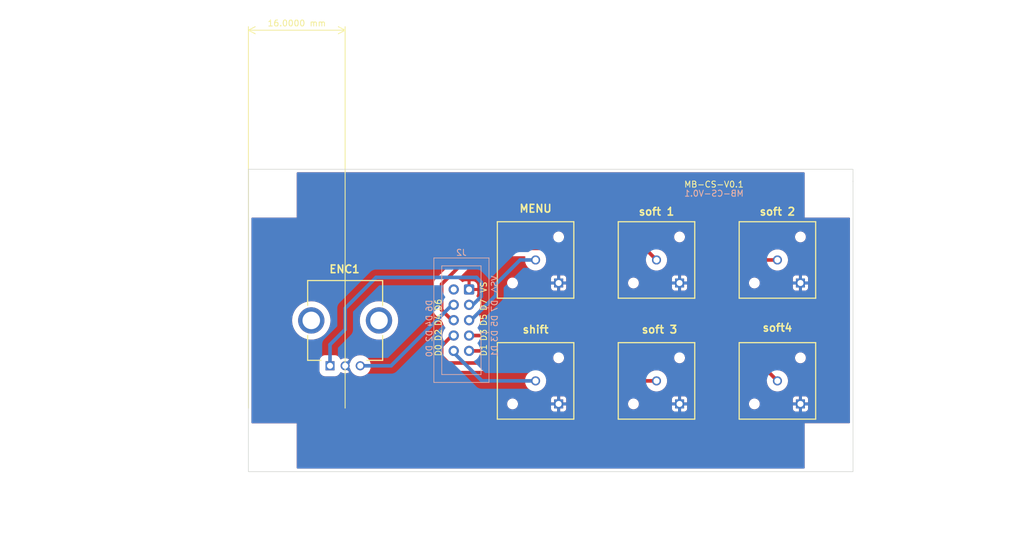
<source format=kicad_pcb>
(kicad_pcb (version 20221018) (generator pcbnew)
  (layers (0 "F.Cu" signal) (31 "B.Cu" signal) (34 "B.Paste" user) (35 "F.Paste" user) (36 "B.SilkS" user "B.Silkscreen") (37 "F.SilkS" user "F.Silkscreen") (38 "B.Mask" user) (39 "F.Mask" user) (44 "Edge.Cuts" user))
  (net 0 "")
  (net 1 "GND")
  (net 2 "Net-(J2-D7)")
  (net 3 "Net-(J2-D6)")
  (net 5 "Net-(J2-D5)")
  (net 6 "Net-(J2-D4)")
  (net 7 "Net-(J2-D3)")
  (net 8 "Net-(J2-D2)")
  (net 9 "Net-(J2-D1)")
  (net 10 "Net-(J2-D0)")
  (footprint "ksir 2022:EC12E24204A8" (layer "F.Cu") (at 108.5 98.5)
    (fp_text reference "ENC1" (at 2.4 -15.975) (layer "F.SilkS") (effects (font (size 1.27 1.27) (thickness 0.254))))
    (fp_text value "MENU" hide)
    (fp_line (start -3.7 -14.1) (end 8.7 -14.1) (stroke (width 0.2)) (layer "F.SilkS"))
    (fp_line (start -3.7 -10) (end -3.7 -14.1) (stroke (width 0.2)) (layer "F.SilkS"))
    (fp_line (start -3.7 -5) (end -3.7 -0.9) (stroke (width 0.2)) (layer "F.SilkS"))
    (fp_line (start -3.7 -0.9) (end -1.5 -0.9) (stroke (width 0.2)) (layer "F.SilkS"))
    (fp_line (start 6.1 -0.9) (end 8.7 -0.9) (stroke (width 0.2)) (layer "F.SilkS"))
    (fp_line (start 8.7 -14.1) (end 8.7 -10) (stroke (width 0.2)) (layer "F.SilkS"))
    (fp_line (start 8.7 -0.9) (end 8.7 -5) (stroke (width 0.2)) (layer "F.SilkS"))
    (pad "1" thru_hole rect (at 0 0) (size 1.5 1.5) (drill 1) (layers "*.Cu" "*.Mask") (net 2 "Net-(J2-D7)"))
    (pad "2" thru_hole circle (at 2.5 0) (size 1.5 1.5) (drill 1) (layers "*.Cu" "*.Mask") (net 1 "GND"))
    (pad "3" thru_hole circle (at 5 0) (size 1.5 1.5) (drill 1) (layers "*.Cu" "*.Mask") (net 3 "Net-(J2-D6)"))
    (pad "MH1" thru_hole circle (at -3.1 -7.5) (size 4.35 4.35) (drill 2.9) (layers "*.Cu" "*.Mask"))
    (pad "MH2" thru_hole circle (at 8.1 -7.5) (size 4.35 4.35) (drill 2.9) (layers "*.Cu" "*.Mask"))
  )
  (footprint "ksir 2022:124110828" (layer "F.Cu") (at 166.31 104.81 180)
    (fp_text reference "SWc3" hide)
    (fp_text value "soft 3" (at 3.31 12.31 180) (layer "F.SilkS") (effects (font (size 1.27 1.27) (thickness 0.254))))
    (fp_line (start -2.515 -2.515) (end 10.135 -2.515) (stroke (width 0.2)) (layer "F.SilkS"))
    (fp_line (start -2.515 10.135) (end -2.515 -2.515) (stroke (width 0.2)) (layer "F.SilkS"))
    (fp_line (start 10.135 -2.515) (end 10.135 10.135) (stroke (width 0.2)) (layer "F.SilkS"))
    (fp_line (start 10.135 10.135) (end -2.515 10.135) (stroke (width 0.2)) (layer "F.SilkS"))
    (pad "" np_thru_hole circle locked (at 0 7.62 180) (size 1.3 1.3) (drill 1.3) (layers "*.Cu" "*.Mask"))
    (pad "" np_thru_hole circle locked (at 7.62 0 180) (size 1.3 1.3) (drill 1.3) (layers "*.Cu" "*.Mask"))
    (pad "1" thru_hole rect locked (at 0 0 180) (size 1.5 1.5) (drill 1) (layers "*.Cu" "*.Mask") (net 1 "GND"))
    (pad "2" thru_hole circle locked (at 3.81 3.81 180) (size 1.5 1.5) (drill 1) (layers "*.Cu" "*.Mask") (net 8 "Net-(J2-D2)"))
  )
  (footprint "ksir 2022:124110828" (layer "F.Cu") (at 186.31 104.81 180)
    (fp_text reference "SWc2" hide)
    (fp_text value "soft4" (at 3.81 12.61 180) (layer "F.SilkS") (effects (font (size 1.27 1.27) (thickness 0.254))))
    (fp_line (start -2.515 -2.515) (end 10.135 -2.515) (stroke (width 0.2)) (layer "F.SilkS"))
    (fp_line (start -2.515 10.135) (end -2.515 -2.515) (stroke (width 0.2)) (layer "F.SilkS"))
    (fp_line (start 10.135 -2.515) (end 10.135 10.135) (stroke (width 0.2)) (layer "F.SilkS"))
    (fp_line (start 10.135 10.135) (end -2.515 10.135) (stroke (width 0.2)) (layer "F.SilkS"))
    (pad "" np_thru_hole circle (at 0 7.62 180) (size 1.3 1.3) (drill 1.3) (layers "*.Cu" "*.Mask"))
    (pad "" np_thru_hole circle (at 7.62 0 180) (size 1.3 1.3) (drill 1.3) (layers "*.Cu" "*.Mask"))
    (pad "1" thru_hole rect (at 0 0 180) (size 1.5 1.5) (drill 1) (layers "*.Cu" "*.Mask") (net 1 "GND"))
    (pad "2" thru_hole circle (at 3.81 3.81 180) (size 1.5 1.5) (drill 1) (layers "*.Cu" "*.Mask") (net 9 "Net-(J2-D1)"))
  )
  (footprint "ksir 2022:124110828" (layer "F.Cu") (at 166.31 84.81 180)
    (fp_text reference "SWc5" hide)
    (fp_text value "soft 1" (at 3.81 11.81 180) (layer "F.SilkS") (effects (font (size 1.27 1.27) (thickness 0.254))))
    (fp_line (start -2.515 -2.515) (end 10.135 -2.515) (stroke (width 0.2)) (layer "F.SilkS"))
    (fp_line (start -2.515 10.135) (end -2.515 -2.515) (stroke (width 0.2)) (layer "F.SilkS"))
    (fp_line (start 10.135 -2.515) (end 10.135 10.135) (stroke (width 0.2)) (layer "F.SilkS"))
    (fp_line (start 10.135 10.135) (end -2.515 10.135) (stroke (width 0.2)) (layer "F.SilkS"))
    (pad "" np_thru_hole circle (at 0 7.62 180) (size 1.3 1.3) (drill 1.3) (layers "*.Cu" "*.Mask"))
    (pad "" np_thru_hole circle (at 7.62 0 180) (size 1.3 1.3) (drill 1.3) (layers "*.Cu" "*.Mask"))
    (pad "1" thru_hole rect (at 0 0 180) (size 1.5 1.5) (drill 1) (layers "*.Cu" "*.Mask") (net 1 "GND"))
    (pad "2" thru_hole circle (at 3.81 3.81 180) (size 1.5 1.5) (drill 1) (layers "*.Cu" "*.Mask") (net 6 "Net-(J2-D4)"))
  )
  (footprint "MountingHole:MountingHole_3.2mm_M3" (layer "F.Cu") (at 98.8 112.2878)
    (fp_text reference "H3" hide)
    (fp_text value "MountingHole" hide)
    (pad "" np_thru_hole circle (at 0 0) (size 3.2 3.2) (drill 3.2) (layers "*.Cu" "*.Mask"))
  )
  (footprint "MountingHole:MountingHole_3.2mm_M3" (layer "F.Cu") (at 191.3 69.7878)
    (fp_text reference "H2" hide)
    (fp_text value "MountingHole" hide)
    (pad "" np_thru_hole circle (at 0 0) (size 3.2 3.2) (drill 3.2) (layers "*.Cu" "*.Mask"))
  )
  (footprint "ksir 2022:124110828" (layer "F.Cu") (at 146.31 84.81 180)
    (fp_text reference "SWc6" hide)
    (fp_text value "MENU" (at 3.81 12.31 180) (layer "F.SilkS") (effects (font (size 1.27 1.27) (thickness 0.254))))
    (fp_line (start -2.515 -2.515) (end 10.135 -2.515) (stroke (width 0.2)) (layer "F.SilkS"))
    (fp_line (start -2.515 10.135) (end -2.515 -2.515) (stroke (width 0.2)) (layer "F.SilkS"))
    (fp_line (start 10.135 -2.515) (end 10.135 10.135) (stroke (width 0.2)) (layer "F.SilkS"))
    (fp_line (start 10.135 10.135) (end -2.515 10.135) (stroke (width 0.2)) (layer "F.SilkS"))
    (pad "" np_thru_hole circle (at 0 7.62 180) (size 1.3 1.3) (drill 1.3) (layers "*.Cu" "*.Mask"))
    (pad "" np_thru_hole circle (at 7.62 0 180) (size 1.3 1.3) (drill 1.3) (layers "*.Cu" "*.Mask"))
    (pad "1" thru_hole rect (at 0 0 180) (size 1.5 1.5) (drill 1) (layers "*.Cu" "*.Mask") (net 1 "GND"))
    (pad "2" thru_hole circle (at 3.81 3.81 180) (size 1.5 1.5) (drill 1) (layers "*.Cu" "*.Mask") (net 5 "Net-(J2-D5)"))
  )
  (footprint "MountingHole:MountingHole_3.2mm_M3" (layer "F.Cu") (at 98.7 69.7878)
    (fp_text reference "H1" hide)
    (fp_text value "MountingHole" hide)
    (pad "" np_thru_hole circle (at 0 0) (size 3.2 3.2) (drill 3.2) (layers "*.Cu" "*.Mask"))
  )
  (footprint "ksir 2022:124110828" (layer "F.Cu") (at 146.31 104.81 180)
    (fp_text reference "SWc1" hide)
    (fp_text value "shift" (at 3.81 12.31 180) (layer "F.SilkS") (effects (font (size 1.27 1.27) (thickness 0.254))))
    (fp_line (start -2.515 -2.515) (end 10.135 -2.515) (stroke (width 0.2)) (layer "F.SilkS"))
    (fp_line (start -2.515 10.135) (end -2.515 -2.515) (stroke (width 0.2)) (layer "F.SilkS"))
    (fp_line (start 10.135 -2.515) (end 10.135 10.135) (stroke (width 0.2)) (layer "F.SilkS"))
    (fp_line (start 10.135 10.135) (end -2.515 10.135) (stroke (width 0.2)) (layer "F.SilkS"))
    (pad "" np_thru_hole circle (at 0 7.62 180) (size 1.3 1.3) (drill 1.3) (layers "*.Cu" "*.Mask"))
    (pad "" np_thru_hole circle (at 7.62 0 180) (size 1.3 1.3) (drill 1.3) (layers "*.Cu" "*.Mask"))
    (pad "1" thru_hole rect (at 0 0 180) (size 1.5 1.5) (drill 1) (layers "*.Cu" "*.Mask") (net 1 "GND"))
    (pad "2" thru_hole circle (at 3.81 3.81 180) (size 1.5 1.5) (drill 1) (layers "*.Cu" "*.Mask") (net 10 "Net-(J2-D0)"))
  )
  (footprint "MountingHole:MountingHole_3.2mm_M3" (layer "F.Cu") (at 191.1 111.9878)
    (fp_text reference "H4" hide)
    (fp_text value "MountingHole" hide)
    (pad "" np_thru_hole circle (at 0 0) (size 3.2 3.2) (drill 3.2) (layers "*.Cu" "*.Mask"))
  )
  (footprint "ksir 2022:124110828" (layer "F.Cu") (at 186.31 84.81 180)
    (fp_text reference "SWc4" hide)
    (fp_text value "soft 2" (at 3.81 11.81 180) (layer "F.SilkS") (effects (font (size 1.27 1.27) (thickness 0.254))))
    (fp_line (start -2.515 -2.515) (end 10.135 -2.515) (stroke (width 0.2)) (layer "F.SilkS"))
    (fp_line (start -2.515 10.135) (end -2.515 -2.515) (stroke (width 0.2)) (layer "F.SilkS"))
    (fp_line (start 10.135 -2.515) (end 10.135 10.135) (stroke (width 0.2)) (layer "F.SilkS"))
    (fp_line (start 10.135 10.135) (end -2.515 10.135) (stroke (width 0.2)) (layer "F.SilkS"))
    (pad "" np_thru_hole circle (at 0 7.62 180) (size 1.3 1.3) (drill 1.3) (layers "*.Cu" "*.Mask"))
    (pad "" np_thru_hole circle (at 7.62 0 180) (size 1.3 1.3) (drill 1.3) (layers "*.Cu" "*.Mask"))
    (pad "1" thru_hole rect (at 0 0 180) (size 1.5 1.5) (drill 1) (layers "*.Cu" "*.Mask") (net 1 "GND"))
    (pad "2" thru_hole circle (at 3.81 3.81 180) (size 1.5 1.5) (drill 1) (layers "*.Cu" "*.Mask") (net 7 "Net-(J2-D3)"))
  )
  (footprint "Connector_IDC:IDC-Header_2x05_P2.54mm_Vertical" (layer "B.Cu") (at 131.5 85.88 180)
    (fp_text reference "J2" (at 1.27 6.1) (layer "B.SilkS") (effects (justify mirror)))
    (fp_text value "IDC-Header_2x05_P2.54mm_Vertical")
    (fp_line (start -4.68 -0.5) (end -3.68 0) (stroke (width 0.12)) (layer "B.SilkS"))
    (fp_line (start -4.68 0.5) (end -4.68 -0.5) (stroke (width 0.12)) (layer "B.SilkS"))
    (fp_line (start -3.68 0) (end -4.68 0.5) (stroke (width 0.12)) (layer "B.SilkS"))
    (fp_line (start -3.29 -15.37) (end -3.29 5.21) (stroke (width 0.12)) (layer "B.SilkS"))
    (fp_line (start -3.29 -3.03) (end -1.98 -3.03) (stroke (width 0.12)) (layer "B.SilkS"))
    (fp_line (start -3.29 5.21) (end 5.83 5.21) (stroke (width 0.12)) (layer "B.SilkS"))
    (fp_line (start -1.98 -14.07) (end -1.98 -7.13) (stroke (width 0.12)) (layer "B.SilkS"))
    (fp_line (start -1.98 -7.13) (end -3.29 -7.13) (stroke (width 0.12)) (layer "B.SilkS"))
    (fp_line (start -1.98 -7.13) (end -1.98 -7.13) (stroke (width 0.12)) (layer "B.SilkS"))
    (fp_line (start -1.98 -3.03) (end -1.98 3.91) (stroke (width 0.12)) (layer "B.SilkS"))
    (fp_line (start -1.98 3.91) (end 4.52 3.91) (stroke (width 0.12)) (layer "B.SilkS"))
    (fp_line (start 4.52 -14.07) (end -1.98 -14.07) (stroke (width 0.12)) (layer "B.SilkS"))
    (fp_line (start 4.52 3.91) (end 4.52 -14.07) (stroke (width 0.12)) (layer "B.SilkS"))
    (fp_line (start 5.83 -15.37) (end -3.29 -15.37) (stroke (width 0.12)) (layer "B.SilkS"))
    (fp_line (start 5.83 5.21) (end 5.83 -15.37) (stroke (width 0.12)) (layer "B.SilkS"))
    (pad "1" thru_hole roundrect (at 0 0 180) (size 1.7 1.7) (drill 1) (layers "F&B.Cu" "*.Mask") (roundrect_rratio 0.147059) (net 1 "GND"))
    (pad "2" thru_hole circle (at 2.54 0 180) (size 1.7 1.7) (drill 1) (layers "F&B.Cu" "*.Mask"))
    (pad "3" thru_hole circle (at 0 -2.54 180) (size 1.7 1.7) (drill 1) (layers "F&B.Cu" "*.Mask") (net 2 "Net-(J2-D7)"))
    (pad "4" thru_hole circle (at 2.54 -2.54 180) (size 1.7 1.7) (drill 1) (layers "F&B.Cu" "*.Mask") (net 3 "Net-(J2-D6)"))
    (pad "5" thru_hole circle (at 0 -5.08 180) (size 1.7 1.7) (drill 1) (layers "F&B.Cu" "*.Mask") (net 5 "Net-(J2-D5)"))
    (pad "6" thru_hole circle (at 2.54 -5.08 180) (size 1.7 1.7) (drill 1) (layers "F&B.Cu" "*.Mask") (net 6 "Net-(J2-D4)"))
    (pad "7" thru_hole circle (at 0 -7.62 180) (size 1.7 1.7) (drill 1) (layers "F&B.Cu" "*.Mask") (net 7 "Net-(J2-D3)"))
    (pad "8" thru_hole circle (at 2.54 -7.62 180) (size 1.7 1.7) (drill 1) (layers "F&B.Cu" "*.Mask") (net 8 "Net-(J2-D2)"))
    (pad "9" thru_hole circle (at 0 -10.16 180) (size 1.7 1.7) (drill 1) (layers "F&B.Cu" "*.Mask") (net 9 "Net-(J2-D1)"))
    (pad "10" thru_hole circle (at 2.54 -10.16 180) (size 1.7 1.7) (drill 1) (layers "F&B.Cu" "*.Mask") (net 10 "Net-(J2-D0)"))
  )
  (gr_poly (pts (xy 195 66) (xy 195 116.012246) (xy 95 116.012246) (xy 95 66)) (stroke (width 0.1)) (fill none) (layer "Edge.Cuts"))
  (gr_line (start 195 68) (end 195 68) (stroke (width 0.1)) (layer "Edge.Cuts"))
  (gr_line (start 195 68) (end 195 68) (stroke (width 0.1)) (layer "Edge.Cuts"))
  (gr_text "MB-CS-V0.1" (at 172 70) (layer "B.SilkS") (effects (font (size 1 1)) (justify mirror)))
  (gr_text "VS" (at 136.3 83.5 90) (layer "B.SilkS") (effects (font (size 1 1)) (justify left bottom mirror)))
  (gr_text "D7" (at 136.3 87.5 90) (layer "B.SilkS") (effects (font (size 1 1)) (justify left bottom mirror)))
  (gr_text "D5" (at 136.3 90 90) (layer "B.SilkS") (effects (font (size 1 1)) (justify left bottom mirror)))
  (gr_text "D1" (at 136.3 95 90) (layer "B.SilkS") (effects (font (size 1 1)) (justify left bottom mirror)))
  (gr_text "D4" (at 125.5 90 90) (layer "B.SilkS") (effects (font (size 1 1)) (justify left bottom mirror)))
  (gr_text "D3" (at 136.3 92.5 90) (layer "B.SilkS") (effects (font (size 1 1)) (justify left bottom mirror)))
  (gr_text "D2" (at 125.5 92.5 90) (layer "B.SilkS") (effects (font (size 1 1)) (justify left bottom mirror)))
  (gr_text "D6" (at 125.5 87.5 90) (layer "B.SilkS") (effects (font (size 1 1)) (justify left bottom mirror)))
  (gr_text "D0" (at 125.5 95 90) (layer "B.SilkS") (effects (font (size 1 1)) (justify left bottom mirror)))
  (gr_text "D6" (at 127 89.5 90) (layer "F.SilkS") (effects (font (size 1 1)) (justify left bottom)))
  (gr_text "D4" (at 127 92 90) (layer "F.SilkS") (effects (font (size 1 1)) (justify left bottom)))
  (gr_text "D3" (at 134.5 94.5 90) (layer "F.SilkS") (effects (font (size 1 1)) (justify left bottom)))
  (gr_text "D1" (at 134.5 97 90) (layer "F.SilkS") (effects (font (size 1 1)) (justify left bottom)))
  (gr_text "MB-CS-V0.1" (at 172 68.5) (layer "F.SilkS") (effects (font (size 1 1))))
  (gr_text "VS" (at 134.5 86.5 90) (layer "F.SilkS") (effects (font (size 1 1)) (justify left bottom)))
  (gr_text "D7" (at 134.5 89.5 90) (layer "F.SilkS") (effects (font (size 1 1)) (justify left bottom)))
  (gr_text "D0" (at 127 97 90) (layer "F.SilkS") (effects (font (size 1 1)) (justify left bottom)))
  (gr_text "D2" (at 127 94.5 90) (layer "F.SilkS") (effects (font (size 1 1)) (justify left bottom)))
  (gr_text "D5" (at 134.5 92 90) (layer "F.SilkS") (effects (font (size 1 1)) (justify left bottom)))
  (dimension (type aligned) (layer "F.SilkS") (pts (xy 111 106) (xy 95 106)) (height 63) (gr_text "16,0000 mm" (at 103 41.85) (layer "F.SilkS") (effects (font (size 1 1) (thickness 0.15)))) (format (prefix "") (suffix "") (units 3) (units_format 1) (precision 4)) (style (thickness 0.15) (arrow_length 1.27) (text_position_mode 0) (extension_height 0.58642) (extension_offset 0.5) keep_text_aligned))
  (segment (start 132.132 88.42) (end 133.5157 87.0363) (width 0.6) (layer "B.Cu") (net 2))
  (segment (start 132.719 83.8865) (end 116.1135 83.8865) (width 0.6) (layer "B.Cu") (net 2))
  (segment (start 108.5 95) (end 108.5 98.5) (width 0.6) (layer "B.Cu") (net 2))
  (segment (start 111 92.5) (end 108.5 95) (width 0.6) (layer "B.Cu") (net 2))
  (segment (start 133.5157 84.6832) (end 132.719 83.8865) (width 0.6) (layer "B.Cu") (net 2))
  (segment (start 116.1135 83.8865) (end 111 89) (width 0.6) (layer "B.Cu") (net 2))
  (segment (start 131.5 88.42) (end 132.132 88.42) (width 0.6) (layer "B.Cu") (net 2))
  (segment (start 133.5157 87.0363) (end 133.5157 84.6832) (width 0.6) (layer "B.Cu") (net 2))
  (segment (start 111 89) (end 111 92.5) (width 0.6) (layer "B.Cu") (net 2))
  (segment (start 128.96 88.42) (end 128.6856 88.42) (width 0.6) (layer "B.Cu") (net 3))
  (segment (start 118.6056 98.5) (end 113.5 98.5) (width 0.6) (layer "B.Cu") (net 3))
  (segment (start 128.6856 88.42) (end 118.6056 98.5) (width 0.6) (layer "B.Cu") (net 3))
  (segment (start 139.9341 81) (end 142.5 81) (width 0.6) (layer "B.Cu") (net 5))
  (segment (start 135.92 86.8622) (end 135.92 85.0141) (width 0.6) (layer "B.Cu") (net 5))
  (segment (start 131.8222 90.96) (end 135.92 86.8622) (width 0.6) (layer "B.Cu") (net 5))
  (segment (start 131.5 90.96) (end 131.8222 90.96) (width 0.6) (layer "B.Cu") (net 5))
  (segment (start 135.92 85.0141) (end 139.9341 81) (width 0.6) (layer "B.Cu") (net 5))
  (segment (start 128.654 90.96) (end 128.96 90.96) (width 0.6) (layer "F.Cu") (net 6))
  (segment (start 160.5799 79.0799) (end 132.8787 79.0799) (width 0.6) (layer "F.Cu") (net 6))
  (segment (start 132.8787 79.0799) (end 126.9579 85.0007) (width 0.6) (layer "F.Cu") (net 6))
  (segment (start 162.5 81) (end 160.5799 79.0799) (width 0.6) (layer "F.Cu") (net 6))
  (segment (start 126.9579 85.0007) (end 126.9579 89.2639) (width 0.6) (layer "F.Cu") (net 6))
  (segment (start 126.9579 89.2639) (end 128.654 90.96) (width 0.6) (layer "F.Cu") (net 6))
  (segment (start 164.6148 93.5) (end 177.1148 81) (width 0.6) (layer "F.Cu") (net 7))
  (segment (start 177.1148 81) (end 182.5 81) (width 0.6) (layer "F.Cu") (net 7))
  (segment (start 131.5 93.5) (end 164.6148 93.5) (width 0.6) (layer "F.Cu") (net 7))
  (segment (start 126.9607 95.2237) (end 126.9607 96.9226) (width 0.6) (layer "F.Cu") (net 8))
  (segment (start 146.3808 101) (end 162.5 101) (width 0.6) (layer "F.Cu") (net 8))
  (segment (start 143.421 98.0402) (end 146.3808 101) (width 0.6) (layer "F.Cu") (net 8))
  (segment (start 128.0783 98.0402) (end 143.421 98.0402) (width 0.6) (layer "F.Cu") (net 8))
  (segment (start 128.96 93.5) (end 128.6844 93.5) (width 0.6) (layer "F.Cu") (net 8))
  (segment (start 128.6844 93.5) (end 126.9607 95.2237) (width 0.6) (layer "F.Cu") (net 8))
  (segment (start 126.9607 96.9226) (end 128.0783 98.0402) (width 0.6) (layer "F.Cu") (net 8))
  (segment (start 143.6127 95.3526) (end 176.8526 95.3526) (width 0.6) (layer "F.Cu") (net 9))
  (segment (start 176.8526 95.3526) (end 182.5 101) (width 0.6) (layer "F.Cu") (net 9))
  (segment (start 131.5 96.04) (end 142.9253 96.04) (width 0.6) (layer "F.Cu") (net 9))
  (segment (start 142.9253 96.04) (end 143.6127 95.3526) (width 0.6) (layer "F.Cu") (net 9))
  (segment (start 133.6208 101) (end 142.5 101) (width 0.6) (layer "B.Cu") (net 10))
  (segment (start 128.96 96.3392) (end 133.6208 101) (width 0.6) (layer "B.Cu") (net 10))
  (segment (start 128.96 96.04) (end 128.96 96.3392) (width 0.6) (layer "B.Cu") (net 10))
  (zone (net 1) (net_name "GND") (layers "F&B.Cu") (connect_pads (clearance 1)) (min_thickness 0.254) (fill yes (thermal_gap 0.508) (thermal_bridge_width 0.508))
    (polygon (pts (xy 194.5 115.5) (xy 95.5 115.5) (xy 95.5 66.5) (xy 194.5 66.5)))
  )
  (zone (net 0) (net_name "") (layers "F&B.Cu") (connect_pads (clearance 0)) (min_thickness 0.254)
    (keepout (tracks allowed) (vias allowed) (pads allowed) (copperpour not_allowed) (footprints allowed))
    (fill (thermal_gap 0.508) (thermal_bridge_width 0.508))
    (polygon (pts (xy 195 116) (xy 187 116) (xy 187 108) (xy 195 108)))
  )
  (zone (net 0) (net_name "") (layers "F&B.Cu") (connect_pads (clearance 0)) (min_thickness 0.254)
    (keepout (tracks allowed) (vias allowed) (pads allowed) (copperpour not_allowed) (footprints allowed))
    (fill (thermal_gap 0.508) (thermal_bridge_width 0.508))
    (polygon (pts (xy 103 74) (xy 95 74) (xy 95 66) (xy 103 66)))
  )
  (zone (net 0) (net_name "") (layers "F&B.Cu") (connect_pads (clearance 0)) (min_thickness 0.254)
    (keepout (tracks allowed) (vias allowed) (pads allowed) (copperpour not_allowed) (footprints allowed))
    (fill (thermal_gap 0.508) (thermal_bridge_width 0.508))
    (polygon (pts (xy 103 116.012246) (xy 95 116.012246) (xy 95 108.012246) (xy 103 108.012246)))
  )
  (zone (net 0) (net_name "") (layers "F&B.Cu") (connect_pads (clearance 0)) (min_thickness 0.254)
    (keepout (tracks allowed) (vias allowed) (pads allowed) (copperpour not_allowed) (footprints allowed))
    (fill (thermal_gap 0.508) (thermal_bridge_width 0.508))
    (polygon (pts (xy 195 74) (xy 187 74) (xy 187 66) (xy 195 66)))
  )
)
</source>
